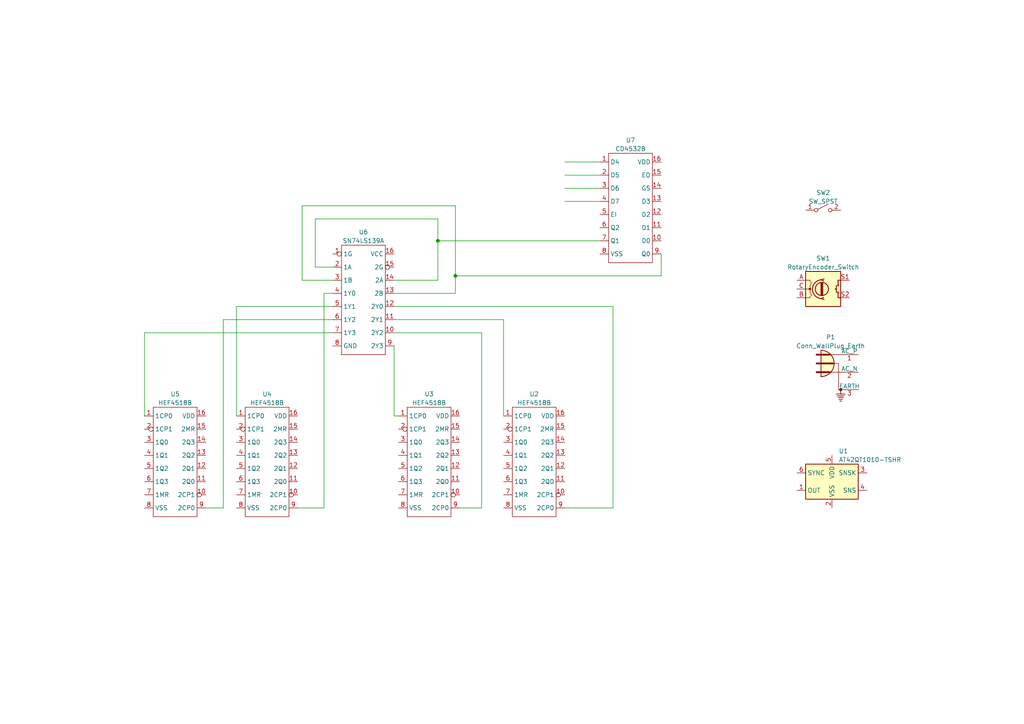
<source format=kicad_sch>
(kicad_sch (version 20230121) (generator eeschema)
  (paper "A4")
  (lib_symbols
    (symbol "Connector:Conn_WallPlug_Earth" (pin_names (offset 0))
      (property "Reference" "P" (at 0 3.81 0))
      (property "Value" "Conn_WallPlug_Earth" (at -5.08 0 90))
      (symbol "Conn_WallPlug_Earth_0_1"
        (arc (start -3.175 -3.81) (mid 0.6184 0) (end -3.175 3.81) (stroke (width 0.254)) (fill (type background)))
        (polyline (pts (xy -4.445 -2.54) (xy -0.635 -2.54)) (stroke (width 0.508)))
        (polyline (pts (xy -4.445 0) (xy 0.508 0)) (stroke (width 0.508)))
        (polyline (pts (xy -4.445 2.54) (xy -0.635 2.54)) (stroke (width 0.508)))
        (polyline (pts (xy -3.175 -3.81) (xy -3.175 3.81)) (stroke (width 0.254)))
        (polyline (pts (xy -0.635 -2.54) (xy 2.54 -2.54)))
        (polyline (pts (xy -0.635 2.54) (xy 2.54 2.54)))
        (polyline (pts (xy 1.524 -9.398) (xy 3.556 -9.398)) (stroke (width 0.2032)))
        (polyline (pts (xy 1.778 -9.906) (xy 3.302 -9.906)) (stroke (width 0.2032)))
        (polyline (pts (xy 2.032 -10.414) (xy 3.048 -10.414)) (stroke (width 0.2032)))
        (polyline (pts (xy 2.286 -10.922) (xy 2.794 -10.922)) (stroke (width 0.2032)))
        (polyline (pts (xy 2.54 -7.62) (xy 2.54 -8.89)) (stroke (width 0.2032)))
        (polyline (pts (xy 3.81 -8.89) (xy 1.27 -8.89)) (stroke (width 0.2032)))
        (polyline (pts (xy 2.54 -7.62) (xy 1.905 -7.62) (xy 1.905 0) (xy -4.445 0)))
        (circle (center 2.54 -7.62) (radius 0.3556) (fill (type outline)))
      )
      (symbol "Conn_WallPlug_Earth_1_1"
        (pin power_out line (at 7.62 2.54 180) (length 5.08) (name "AC_P") (number "1"))
        (pin power_out line (at 7.62 -2.54 180) (length 5.08) (name "AC_N") (number "2"))
        (pin passive line (at 7.62 -7.62 180) (length 5.08) (name "EARTH") (number "3"))
      )
    )
    (symbol "Custom:CD4532B"
      (property "Reference" "U" (at 0 2.54 0))
      (property "Value" "CD4532B" (at 0 0 0))
      (symbol "CD4532B_0_1"
        (rectangle (start -6.35 -1.27) (end 6.35 -33.02))
      )
      (symbol "CD4532B_1_1"
        (pin input line (at -8.89 -3.81 0) (length 2.54) (name "D4") (number "1"))
        (pin input line (at 8.89 -26.67 180) (length 2.54) (name "D0") (number "10"))
        (pin input line (at 8.89 -22.86 180) (length 2.54) (name "D1") (number "11"))
        (pin input line (at 8.89 -19.05 180) (length 2.54) (name "D2") (number "12"))
        (pin input line (at 8.89 -15.24 180) (length 2.54) (name "D3") (number "13"))
        (pin output line (at 8.89 -11.43 180) (length 2.54) (name "GS") (number "14"))
        (pin output line (at 8.89 -7.62 180) (length 2.54) (name "EO") (number "15"))
        (pin power_in line (at 8.89 -3.81 180) (length 2.54) (name "VDD") (number "16"))
        (pin input line (at -8.89 -7.62 0) (length 2.54) (name "D5") (number "2"))
        (pin input line (at -8.89 -11.43 0) (length 2.54) (name "D6") (number "3"))
        (pin input line (at -8.89 -15.24 0) (length 2.54) (name "D7") (number "4"))
        (pin input line (at -8.89 -19.05 0) (length 2.54) (name "EI") (number "5"))
        (pin output line (at -8.89 -22.86 0) (length 2.54) (name "Q2") (number "6"))
        (pin output line (at -8.89 -26.67 0) (length 2.54) (name "Q1") (number "7"))
        (pin power_in line (at -8.89 -30.48 0) (length 2.54) (name "VSS") (number "8"))
        (pin output line (at 8.89 -30.48 180) (length 2.54) (name "Q0") (number "9"))
      )
    )
    (symbol "Custom:HEF4518B"
      (property "Reference" "U" (at 0 1.27 0))
      (property "Value" "HEF4518B" (at 0 -1.27 0))
      (symbol "HEF4518B_0_1"
        (rectangle (start -6.35 -2.54) (end 6.35 -34.29))
      )
      (symbol "HEF4518B_1_1"
        (pin input line (at -8.89 -5.08 0) (length 2.54) (name "1CP0") (number "1"))
        (pin input inverted (at 8.89 -27.94 180) (length 2.54) (name "2CP1") (number "10"))
        (pin output line (at 8.89 -24.13 180) (length 2.54) (name "2Q0") (number "11"))
        (pin output line (at 8.89 -20.32 180) (length 2.54) (name "2Q1") (number "12"))
        (pin output line (at 8.89 -16.51 180) (length 2.54) (name "2Q2") (number "13"))
        (pin output line (at 8.89 -12.7 180) (length 2.54) (name "2Q3") (number "14"))
        (pin input line (at 8.89 -8.89 180) (length 2.54) (name "2MR") (number "15"))
        (pin power_in line (at 8.89 -5.08 180) (length 2.54) (name "VDD") (number "16"))
        (pin input inverted (at -8.89 -8.89 0) (length 2.54) (name "1CP1") (number "2"))
        (pin output line (at -8.89 -12.7 0) (length 2.54) (name "1Q0") (number "3"))
        (pin output line (at -8.89 -16.51 0) (length 2.54) (name "1Q1") (number "4"))
        (pin output line (at -8.89 -20.32 0) (length 2.54) (name "1Q2") (number "5"))
        (pin output line (at -8.89 -24.13 0) (length 2.54) (name "1Q3") (number "6"))
        (pin input line (at -8.89 -27.94 0) (length 2.54) (name "1MR") (number "7"))
        (pin power_in line (at -8.89 -31.75 0) (length 2.54) (name "VSS") (number "8"))
        (pin input line (at 8.89 -31.75 180) (length 2.54) (name "2CP0") (number "9"))
      )
    )
    (symbol "Custom:SN74LS139A"
      (property "Reference" "U" (at 0 2.54 0))
      (property "Value" "SN74LS139A" (at 0 0 0))
      (symbol "SN74LS139A_0_1"
        (rectangle (start -6.35 -1.27) (end 6.35 -33.02))
      )
      (symbol "SN74LS139A_1_1"
        (pin input inverted (at -8.89 -3.81 0) (length 2.54) (name "1G") (number "1"))
        (pin output line (at 8.89 -26.67 180) (length 2.54) (name "2Y2") (number "10"))
        (pin output line (at 8.89 -22.86 180) (length 2.54) (name "2Y1") (number "11"))
        (pin output line (at 8.89 -19.05 180) (length 2.54) (name "2Y0") (number "12"))
        (pin input line (at 8.89 -15.24 180) (length 2.54) (name "2B") (number "13"))
        (pin input line (at 8.89 -11.43 180) (length 2.54) (name "2A") (number "14"))
        (pin input inverted (at 8.89 -7.62 180) (length 2.54) (name "2G") (number "15"))
        (pin power_in line (at 8.89 -3.81 180) (length 2.54) (name "VCC") (number "16"))
        (pin input line (at -8.89 -7.62 0) (length 2.54) (name "1A") (number "2"))
        (pin input line (at -8.89 -11.43 0) (length 2.54) (name "1B") (number "3"))
        (pin output line (at -8.89 -15.24 0) (length 2.54) (name "1Y0") (number "4"))
        (pin output line (at -8.89 -19.05 0) (length 2.54) (name "1Y1") (number "5"))
        (pin output line (at -8.89 -22.86 0) (length 2.54) (name "1Y2") (number "6"))
        (pin output line (at -8.89 -26.67 0) (length 2.54) (name "1Y3") (number "7"))
        (pin power_in line (at -8.89 -30.48 0) (length 2.54) (name "GND") (number "8"))
        (pin output line (at 8.89 -30.48 180) (length 2.54) (name "2Y3") (number "9"))
      )
    )
    (symbol "Device:RotaryEncoder_Switch" (pin_names (offset 0.254) hide)
      (property "Reference" "SW" (at 0 6.604 0))
      (property "Value" "RotaryEncoder_Switch" (at 0 -6.604 0))
      (symbol "RotaryEncoder_Switch_0_1"
        (rectangle (start -5.08 5.08) (end 5.08 -5.08) (stroke (width 0.254)) (fill (type background)))
        (circle (center -3.81 0) (radius 0.254) (fill (type outline)))
        (circle (center -0.381 0) (radius 1.905) (stroke (width 0.254)))
        (arc (start -0.381 2.667) (mid -3.0988 -0.0635) (end -0.381 -2.794) (stroke (width 0.254)))
        (polyline (pts (xy -0.635 -1.778) (xy -0.635 1.778)) (stroke (width 0.254)))
        (polyline (pts (xy -0.381 -1.778) (xy -0.381 1.778)) (stroke (width 0.254)))
        (polyline (pts (xy -0.127 1.778) (xy -0.127 -1.778)) (stroke (width 0.254)))
        (polyline (pts (xy 3.81 0) (xy 3.429 0)) (stroke (width 0.254)))
        (polyline (pts (xy 3.81 1.016) (xy 3.81 -1.016)) (stroke (width 0.254)))
        (polyline (pts (xy -5.08 -2.54) (xy -3.81 -2.54) (xy -3.81 -2.032)))
        (polyline (pts (xy -5.08 2.54) (xy -3.81 2.54) (xy -3.81 2.032)))
        (polyline (pts (xy 0.254 -3.048) (xy -0.508 -2.794) (xy 0.127 -2.413)) (stroke (width 0.254)))
        (polyline (pts (xy 0.254 2.921) (xy -0.508 2.667) (xy 0.127 2.286)) (stroke (width 0.254)))
        (polyline (pts (xy 5.08 -2.54) (xy 4.318 -2.54) (xy 4.318 -1.016)) (stroke (width 0.254)))
        (polyline (pts (xy 5.08 2.54) (xy 4.318 2.54) (xy 4.318 1.016)) (stroke (width 0.254)))
        (polyline (pts (xy -5.08 0) (xy -3.81 0) (xy -3.81 -1.016) (xy -3.302 -2.032)))
        (polyline (pts (xy -4.318 0) (xy -3.81 0) (xy -3.81 1.016) (xy -3.302 2.032)))
        (circle (center 4.318 -1.016) (radius 0.127) (stroke (width 0.254)))
        (circle (center 4.318 1.016) (radius 0.127) (stroke (width 0.254)))
      )
      (symbol "RotaryEncoder_Switch_1_1"
        (pin passive line (at -7.62 2.54 0) (length 2.54) (name "A") (number "A"))
        (pin passive line (at -7.62 -2.54 0) (length 2.54) (name "B") (number "B"))
        (pin passive line (at -7.62 0 0) (length 2.54) (name "C") (number "C"))
        (pin passive line (at 7.62 2.54 180) (length 2.54) (name "S1") (number "S1"))
        (pin passive line (at 7.62 -2.54 180) (length 2.54) (name "S2") (number "S2"))
      )
    )
    (symbol "Sensor_Touch:AT42QT1010-TSHR"
      (property "Reference" "U" (at -2.54 8.255 0))
      (property "Value" "AT42QT1010-TSHR" (at -2.54 6.35 0))
      (symbol "AT42QT1010-TSHR_0_1"
        (rectangle (start -7.62 5.08) (end 7.62 -5.08) (stroke (width 0.254)) (fill (type background)))
      )
      (symbol "AT42QT1010-TSHR_1_1"
        (pin output line (at -10.16 -2.54 0) (length 2.54) (name "OUT") (number "1"))
        (pin power_in line (at 0 -7.62 90) (length 2.54) (name "VSS") (number "2"))
        (pin passive line (at 10.16 2.54 180) (length 2.54) (name "SNSK") (number "3"))
        (pin passive line (at 10.16 -2.54 180) (length 2.54) (name "SNS") (number "4"))
        (pin power_in line (at 0 7.62 270) (length 2.54) (name "VDD") (number "5"))
        (pin input line (at -10.16 2.54 0) (length 2.54) (name "SYNC") (number "6"))
      )
    )
    (symbol "Switch:SW_SPST" (pin_names (offset 0) hide)
      (property "Reference" "SW" (at 0 3.175 0))
      (property "Value" "SW_SPST" (at 0 -2.54 0))
      (symbol "SW_SPST_0_0"
        (circle (center -2.032 0) (radius 0.508))
        (polyline (pts (xy -1.524 0.254) (xy 1.524 1.778)))
        (circle (center 2.032 0) (radius 0.508))
      )
      (symbol "SW_SPST_1_1"
        (pin passive line (at -5.08 0 0) (length 2.54) (name "A") (number "1"))
        (pin passive line (at 5.08 0 180) (length 2.54) (name "B") (number "2"))
      )
    )
  )
  (junction (at 127 69.85))
  (junction (at 132.08 80.01))
  (wire (pts (xy 64.77 147.32) (xy 59.69 147.32)))
  (wire (pts (xy 114.3 96.52) (xy 139.7 96.52)))
  (wire (pts (xy 191.77 73.66) (xy 191.77 80.01)))
  (wire (pts (xy 163.83 54.61) (xy 173.99 54.61)))
  (wire (pts (xy 93.98 85.09) (xy 93.98 147.32)))
  (wire (pts (xy 41.91 96.52) (xy 41.91 120.65)))
  (wire (pts (xy 87.63 81.28) (xy 96.52 81.28)))
  (wire (pts (xy 127 69.85) (xy 127 63.5)))
  (wire (pts (xy 132.08 80.01) (xy 132.08 59.69)))
  (wire (pts (xy 127 69.85) (xy 127 81.28)))
  (wire (pts (xy 91.44 63.5) (xy 91.44 77.47)))
  (wire (pts (xy 114.3 100.33) (xy 114.3 120.65)))
  (wire (pts (xy 139.7 96.52) (xy 139.7 147.32)))
  (wire (pts (xy 64.77 92.71) (xy 64.77 147.32)))
  (wire (pts (xy 163.83 58.42) (xy 173.99 58.42)))
  (wire (pts (xy 163.83 50.8) (xy 173.99 50.8)))
  (wire (pts (xy 177.8 147.32) (xy 163.83 147.32)))
  (wire (pts (xy 91.44 77.47) (xy 96.52 77.47)))
  (wire (pts (xy 191.77 80.01) (xy 132.08 80.01)))
  (wire (pts (xy 132.08 80.01) (xy 132.08 85.09)))
  (wire (pts (xy 177.8 88.9) (xy 177.8 147.32)))
  (wire (pts (xy 127 63.5) (xy 91.44 63.5)))
  (wire (pts (xy 114.3 85.09) (xy 132.08 85.09)))
  (wire (pts (xy 127 81.28) (xy 114.3 81.28)))
  (wire (pts (xy 96.52 92.71) (xy 64.77 92.71)))
  (wire (pts (xy 163.83 46.99) (xy 173.99 46.99)))
  (wire (pts (xy 96.52 96.52) (xy 41.91 96.52)))
  (wire (pts (xy 96.52 85.09) (xy 93.98 85.09)))
  (wire (pts (xy 114.3 88.9) (xy 177.8 88.9)))
  (wire (pts (xy 139.7 147.32) (xy 133.35 147.32)))
  (wire (pts (xy 87.63 59.69) (xy 87.63 81.28)))
  (wire (pts (xy 114.3 120.65) (xy 115.57 120.65)))
  (wire (pts (xy 93.98 147.32) (xy 86.36 147.32)))
  (wire (pts (xy 114.3 92.71) (xy 146.05 92.71)))
  (wire (pts (xy 146.05 92.71) (xy 146.05 120.65)))
  (wire (pts (xy 132.08 59.69) (xy 87.63 59.69)))
  (wire (pts (xy 96.52 88.9) (xy 68.58 88.9)))
  (wire (pts (xy 68.58 88.9) (xy 68.58 120.65)))
  (wire (pts (xy 173.99 69.85) (xy 127 69.85)))
  (symbol (lib_id "Custom:HEF4518B") (at 50.8 115.57 0) (unit 1)
    (property "Reference" "U5" (at 50.8 114.3 0))
    (property "Value" "HEF4518B" (at 50.8 116.84 0))
    (property "Footprint" "Package_SO:SOIC-16_3.9x9.9mm_P1.27mm" (effects hide))
    (property "Datasheet" "https://assets.nexperia.com/documents/data-sheet/HEF4518B.pdf" (effects hide))
  )
  (symbol (lib_id "Switch:SW_SPST") (at 238.76 60.96 0) (unit 1)
    (property "Reference" "SW2" (at 238.76 55.88 0))
    (property "Value" "SW_SPST" (at 238.76 58.42 0))
  )
  (symbol (lib_id "Custom:SN74LS139A") (at 105.41 69.85 0) (unit 1)
    (property "Reference" "U6" (at 105.41 67.31 0))
    (property "Value" "SN74LS139A" (at 105.41 69.85 0))
    (property "Footprint" "Package_DIP:DIP-16_W7.62mm" (effects hide))
    (property "Datasheet" "https://www.ti.com/lit/ds/symlink/sn74s139a.pdf" (effects hide))
  )
  (symbol (lib_id "Custom:CD4532B") (at 182.88 43.18 0) (unit 1)
    (property "Reference" "U7" (at 182.88 40.64 0))
    (property "Value" "CD4532B" (at 182.88 43.18 0))
    (property "Footprint" "Package_DIP:DIP-16_W7.62mm" (effects hide))
    (property "Datasheet" "https://www.ti.com/lit/ds/symlink/cd4532b.pdf" (effects hide))
  )
  (symbol (lib_id "Connector:Conn_WallPlug_Earth") (at 241.3 105.41 0) (unit 1)
    (property "Reference" "P1" (at 240.9063 97.79 0))
    (property "Value" "Conn_WallPlug_Earth" (at 240.9063 100.33 0))
  )
  (symbol (lib_id "Custom:HEF4518B") (at 154.94 115.57 0) (unit 1)
    (property "Reference" "U2" (at 154.94 114.3 0))
    (property "Value" "HEF4518B" (at 154.94 116.84 0))
    (property "Footprint" "Package_SO:SOIC-16_3.9x9.9mm_P1.27mm" (effects hide))
    (property "Datasheet" "https://assets.nexperia.com/documents/data-sheet/HEF4518B.pdf" (effects hide))
  )
  (symbol (lib_id "Custom:HEF4518B") (at 77.47 115.57 0) (unit 1)
    (property "Reference" "U4" (at 77.47 114.3 0))
    (property "Value" "HEF4518B" (at 77.47 116.84 0))
    (property "Footprint" "Package_SO:SOIC-16_3.9x9.9mm_P1.27mm" (effects hide))
    (property "Datasheet" "https://assets.nexperia.com/documents/data-sheet/HEF4518B.pdf" (effects hide))
  )
  (symbol (lib_id "Custom:HEF4518B") (at 124.46 115.57 0) (unit 1)
    (property "Reference" "U3" (at 124.46 114.3 0))
    (property "Value" "HEF4518B" (at 124.46 116.84 0))
    (property "Footprint" "Package_SO:SOIC-16_3.9x9.9mm_P1.27mm" (effects hide))
    (property "Datasheet" "https://assets.nexperia.com/documents/data-sheet/HEF4518B.pdf" (effects hide))
  )
  (symbol (lib_id "Sensor_Touch:AT42QT1010-TSHR") (at 241.3 139.7 0) (unit 1)
    (property "Reference" "U1" (at 243.2559 130.81 0) (effects (justify left)))
    (property "Value" "AT42QT1010-TSHR" (at 243.2559 133.35 0) (effects (justify left)))
    (property "Footprint" "Package_TO_SOT_SMD:SOT-23-6" (effects hide))
    (property "Datasheet" "http://ww1.microchip.com/downloads/en/DeviceDoc/40001946A.pdf" (effects hide))
    (property "Digikey" "AT42QT1010-TSHRCT-ND" (effects hide))
  )
  (symbol (lib_id "Device:RotaryEncoder_Switch") (at 238.76 83.82 0) (unit 1)
    (property "Reference" "SW1" (at 238.76 74.93 0))
    (property "Value" "RotaryEncoder_Switch" (at 238.76 77.47 0))
  )
)
</source>
